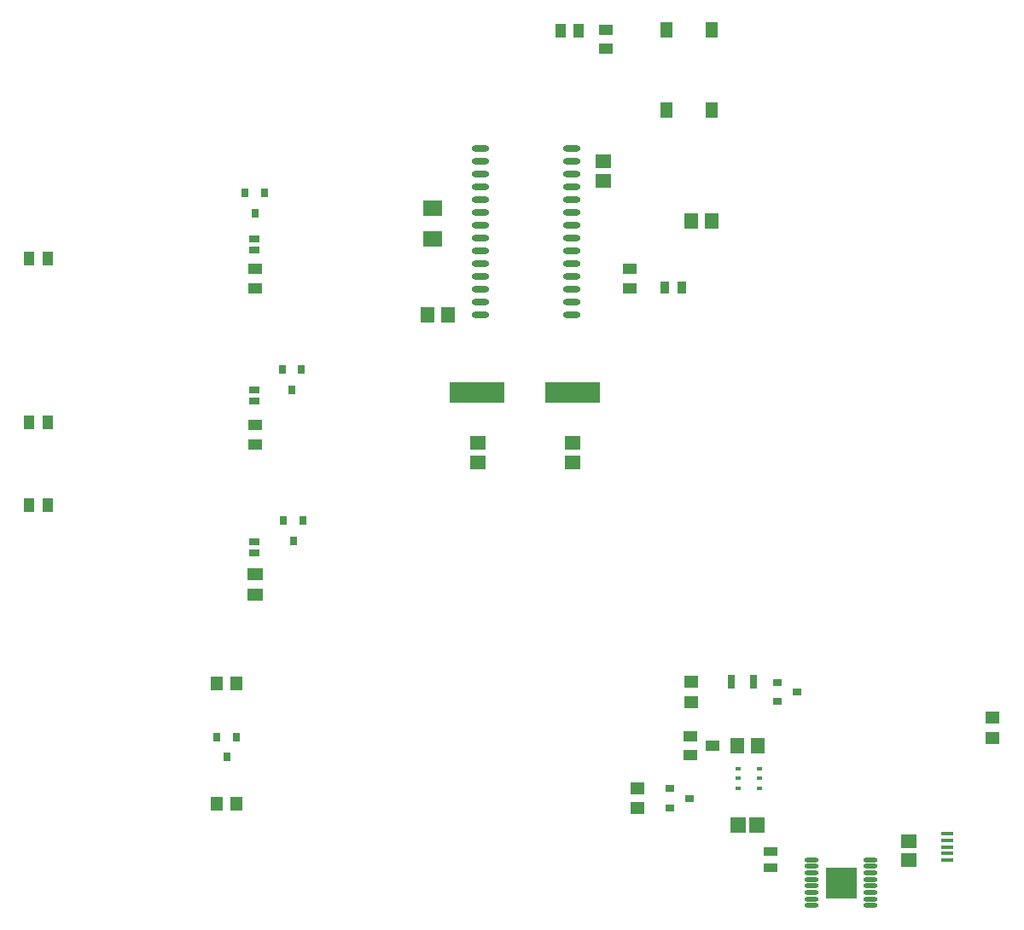
<source format=gtp>
G04 Layer_Color=8421504*
%FSLAX25Y25*%
%MOIN*%
G70*
G01*
G75*
%ADD10R,0.12205X0.12205*%
%ADD11O,0.05512X0.01772*%
%ADD12R,0.21654X0.07874*%
%ADD13R,0.05118X0.01772*%
%ADD14R,0.04331X0.03150*%
%ADD15R,0.01968X0.01772*%
%ADD16R,0.05118X0.06102*%
%ADD17R,0.02953X0.05709*%
%ADD18R,0.05315X0.06102*%
%ADD19R,0.05905X0.06102*%
%ADD20R,0.05315X0.03740*%
%ADD21R,0.05905X0.05512*%
%ADD22R,0.07480X0.05905*%
%ADD23R,0.06102X0.05315*%
%ADD24R,0.05512X0.03937*%
%ADD25R,0.03543X0.03150*%
%ADD26R,0.05709X0.04724*%
%ADD27R,0.05512X0.04134*%
%ADD28R,0.03347X0.05118*%
%ADD29R,0.05905X0.04921*%
%ADD30R,0.05315X0.03937*%
%ADD31O,0.06890X0.02362*%
%ADD32R,0.03937X0.05315*%
%ADD33R,0.03150X0.03543*%
%ADD34R,0.04724X0.05709*%
D10*
X327500Y46000D02*
D03*
D11*
X315886Y54957D02*
D03*
Y52398D02*
D03*
Y49839D02*
D03*
Y47280D02*
D03*
Y44721D02*
D03*
Y42161D02*
D03*
Y39602D02*
D03*
Y37043D02*
D03*
X339114Y54957D02*
D03*
Y52398D02*
D03*
Y49839D02*
D03*
Y47280D02*
D03*
Y44721D02*
D03*
Y42161D02*
D03*
Y39602D02*
D03*
Y37043D02*
D03*
D12*
X222701Y237500D02*
D03*
X185299D02*
D03*
D13*
X369000Y65118D02*
D03*
Y62559D02*
D03*
Y60000D02*
D03*
Y57441D02*
D03*
Y54882D02*
D03*
D14*
X98425Y297441D02*
D03*
Y293110D02*
D03*
Y238386D02*
D03*
Y234055D02*
D03*
Y179331D02*
D03*
Y175000D02*
D03*
D15*
X295500Y90480D02*
D03*
Y86740D02*
D03*
Y83000D02*
D03*
X287232Y90480D02*
D03*
Y86740D02*
D03*
Y83000D02*
D03*
D16*
X276858Y379150D02*
D03*
X259142D02*
D03*
X276858Y347850D02*
D03*
X259142D02*
D03*
D17*
X284768Y124500D02*
D03*
X293232D02*
D03*
D18*
X287063Y99500D02*
D03*
X294937D02*
D03*
X269063Y304500D02*
D03*
X276937D02*
D03*
X173937Y268000D02*
D03*
X166063D02*
D03*
D19*
X294543Y68500D02*
D03*
X287457D02*
D03*
D20*
X300000Y51850D02*
D03*
Y58150D02*
D03*
D21*
X354000Y54760D02*
D03*
Y62240D02*
D03*
D22*
X168000Y297594D02*
D03*
Y309405D02*
D03*
D23*
X234500Y327937D02*
D03*
Y320063D02*
D03*
X185500Y210063D02*
D03*
Y217937D02*
D03*
X222500Y210063D02*
D03*
Y217937D02*
D03*
D24*
X268669Y95760D02*
D03*
X277331Y99500D02*
D03*
X268669Y103240D02*
D03*
D25*
X268437Y79000D02*
D03*
X260563Y75260D02*
D03*
Y82740D02*
D03*
X310437Y120500D02*
D03*
X302563Y116760D02*
D03*
Y124240D02*
D03*
D26*
X269000Y116563D02*
D03*
Y124437D02*
D03*
X248000Y75063D02*
D03*
Y82937D02*
D03*
X386500Y102563D02*
D03*
Y110437D02*
D03*
D27*
X245000Y278260D02*
D03*
Y285740D02*
D03*
X98500Y217260D02*
D03*
Y224740D02*
D03*
X98500Y285740D02*
D03*
Y278260D02*
D03*
D28*
X258653Y278500D02*
D03*
X265347D02*
D03*
D29*
X98500Y158366D02*
D03*
Y166634D02*
D03*
D30*
X235500Y379043D02*
D03*
Y371957D02*
D03*
D31*
X222315Y268000D02*
D03*
Y273000D02*
D03*
Y278000D02*
D03*
Y283000D02*
D03*
Y288000D02*
D03*
Y293000D02*
D03*
Y298000D02*
D03*
Y303000D02*
D03*
Y308000D02*
D03*
Y313000D02*
D03*
Y318000D02*
D03*
Y323000D02*
D03*
Y328000D02*
D03*
Y333000D02*
D03*
X186685Y268000D02*
D03*
Y273000D02*
D03*
Y278000D02*
D03*
Y283000D02*
D03*
Y288000D02*
D03*
Y293000D02*
D03*
Y298000D02*
D03*
Y303000D02*
D03*
Y308000D02*
D03*
Y313000D02*
D03*
Y318000D02*
D03*
Y323000D02*
D03*
Y328000D02*
D03*
Y333000D02*
D03*
D32*
X217957Y379000D02*
D03*
X225043D02*
D03*
X10457Y193500D02*
D03*
X17543D02*
D03*
X10457Y226000D02*
D03*
X17543D02*
D03*
X10457Y290000D02*
D03*
X17543D02*
D03*
D33*
X98500Y307563D02*
D03*
X94760Y315437D02*
D03*
X102240D02*
D03*
X113000Y238563D02*
D03*
X109260Y246437D02*
D03*
X116740D02*
D03*
X113500Y179563D02*
D03*
X109760Y187437D02*
D03*
X117240D02*
D03*
X87500Y95063D02*
D03*
X83760Y102937D02*
D03*
X91240D02*
D03*
D34*
X91437Y77000D02*
D03*
X83563D02*
D03*
Y124000D02*
D03*
X91437D02*
D03*
M02*

</source>
